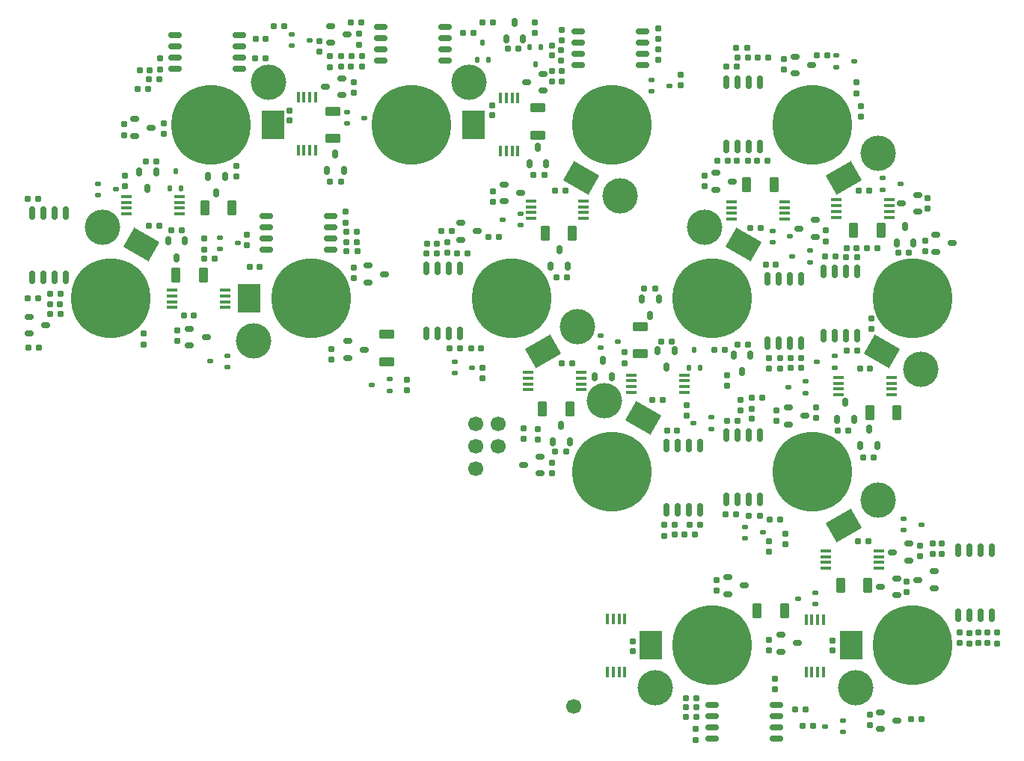
<source format=gts>
%TF.GenerationSoftware,KiCad,Pcbnew,8.0.2*%
%TF.CreationDate,2024-05-22T08:13:53-07:00*%
%TF.ProjectId,cell string,63656c6c-2073-4747-9269-6e672e6b6963,rev?*%
%TF.SameCoordinates,Original*%
%TF.FileFunction,Soldermask,Top*%
%TF.FilePolarity,Negative*%
%FSLAX46Y46*%
G04 Gerber Fmt 4.6, Leading zero omitted, Abs format (unit mm)*
G04 Created by KiCad (PCBNEW 8.0.2) date 2024-05-22 08:13:53*
%MOMM*%
%LPD*%
G01*
G04 APERTURE LIST*
G04 Aperture macros list*
%AMRoundRect*
0 Rectangle with rounded corners*
0 $1 Rounding radius*
0 $2 $3 $4 $5 $6 $7 $8 $9 X,Y pos of 4 corners*
0 Add a 4 corners polygon primitive as box body*
4,1,4,$2,$3,$4,$5,$6,$7,$8,$9,$2,$3,0*
0 Add four circle primitives for the rounded corners*
1,1,$1+$1,$2,$3*
1,1,$1+$1,$4,$5*
1,1,$1+$1,$6,$7*
1,1,$1+$1,$8,$9*
0 Add four rect primitives between the rounded corners*
20,1,$1+$1,$2,$3,$4,$5,0*
20,1,$1+$1,$4,$5,$6,$7,0*
20,1,$1+$1,$6,$7,$8,$9,0*
20,1,$1+$1,$8,$9,$2,$3,0*%
%AMRotRect*
0 Rectangle, with rotation*
0 The origin of the aperture is its center*
0 $1 length*
0 $2 width*
0 $3 Rotation angle, in degrees counterclockwise*
0 Add horizontal line*
21,1,$1,$2,0,0,$3*%
G04 Aperture macros list end*
%ADD10RoundRect,0.160000X-0.197500X-0.160000X0.197500X-0.160000X0.197500X0.160000X-0.197500X0.160000X0*%
%ADD11RoundRect,0.150000X-0.350000X-0.150000X0.350000X-0.150000X0.350000X0.150000X-0.350000X0.150000X0*%
%ADD12RoundRect,0.160000X-0.160000X0.197500X-0.160000X-0.197500X0.160000X-0.197500X0.160000X0.197500X0*%
%ADD13RoundRect,0.160000X0.197500X0.160000X-0.197500X0.160000X-0.197500X-0.160000X0.197500X-0.160000X0*%
%ADD14RoundRect,0.192308X-0.682692X0.307692X-0.682692X-0.307692X0.682692X-0.307692X0.682692X0.307692X0*%
%ADD15RoundRect,0.112500X-0.237500X0.112500X-0.237500X-0.112500X0.237500X-0.112500X0.237500X0.112500X0*%
%ADD16RoundRect,0.155000X-0.212500X-0.155000X0.212500X-0.155000X0.212500X0.155000X-0.212500X0.155000X0*%
%ADD17RoundRect,0.150000X0.350000X0.150000X-0.350000X0.150000X-0.350000X-0.150000X0.350000X-0.150000X0*%
%ADD18RoundRect,0.160000X0.160000X-0.197500X0.160000X0.197500X-0.160000X0.197500X-0.160000X-0.197500X0*%
%ADD19C,9.000000*%
%ADD20C,4.000000*%
%ADD21R,2.500000X3.300000*%
%ADD22RoundRect,0.150000X0.150000X-0.350000X0.150000X0.350000X-0.150000X0.350000X-0.150000X-0.350000X0*%
%ADD23RoundRect,0.192308X0.307692X0.682692X-0.307692X0.682692X-0.307692X-0.682692X0.307692X-0.682692X0*%
%ADD24RoundRect,0.112500X0.237500X-0.112500X0.237500X0.112500X-0.237500X0.112500X-0.237500X-0.112500X0*%
%ADD25RoundRect,0.150000X-0.150000X0.350000X-0.150000X-0.350000X0.150000X-0.350000X0.150000X0.350000X0*%
%ADD26RoundRect,0.192308X-0.307692X-0.682692X0.307692X-0.682692X0.307692X0.682692X-0.307692X0.682692X0*%
%ADD27RotRect,2.500000X3.300000X60.000000*%
%ADD28RoundRect,0.155000X-0.155000X0.212500X-0.155000X-0.212500X0.155000X-0.212500X0.155000X0.212500X0*%
%ADD29RoundRect,0.155000X0.212500X0.155000X-0.212500X0.155000X-0.212500X-0.155000X0.212500X-0.155000X0*%
%ADD30RoundRect,0.162500X0.162500X-0.587500X0.162500X0.587500X-0.162500X0.587500X-0.162500X-0.587500X0*%
%ADD31C,1.700000*%
%ADD32RoundRect,0.093750X0.531250X0.093750X-0.531250X0.093750X-0.531250X-0.093750X0.531250X-0.093750X0*%
%ADD33RoundRect,0.093750X-0.093750X0.531250X-0.093750X-0.531250X0.093750X-0.531250X0.093750X0.531250X0*%
%ADD34RoundRect,0.162500X-0.587500X-0.162500X0.587500X-0.162500X0.587500X0.162500X-0.587500X0.162500X0*%
%ADD35RoundRect,0.155000X0.155000X-0.212500X0.155000X0.212500X-0.155000X0.212500X-0.155000X-0.212500X0*%
%ADD36RotRect,2.500000X3.300000X300.000000*%
%ADD37RoundRect,0.192308X0.682692X-0.307692X0.682692X0.307692X-0.682692X0.307692X-0.682692X-0.307692X0*%
%ADD38RoundRect,0.112500X-0.112500X-0.237500X0.112500X-0.237500X0.112500X0.237500X-0.112500X0.237500X0*%
%ADD39RoundRect,0.162500X-0.162500X0.587500X-0.162500X-0.587500X0.162500X-0.587500X0.162500X0.587500X0*%
%ADD40RoundRect,0.093750X-0.531250X-0.093750X0.531250X-0.093750X0.531250X0.093750X-0.531250X0.093750X0*%
%ADD41RoundRect,0.093750X0.093750X-0.531250X0.093750X0.531250X-0.093750X0.531250X-0.093750X-0.531250X0*%
%ADD42RotRect,2.500000X3.300000X240.000000*%
%ADD43RoundRect,0.112500X0.112500X0.237500X-0.112500X0.237500X-0.112500X-0.237500X0.112500X-0.237500X0*%
%ADD44RoundRect,0.162500X0.587500X0.162500X-0.587500X0.162500X-0.587500X-0.162500X0.587500X-0.162500X0*%
G04 APERTURE END LIST*
D10*
%TO.C,R89*%
X94452498Y-156230002D03*
X95647498Y-156230002D03*
%TD*%
D11*
%TO.C,Q15*%
X60862500Y-162150000D03*
X60862500Y-164050000D03*
X62737500Y-163100000D03*
%TD*%
D12*
%TO.C,R78*%
X126550000Y-145942500D03*
X126550000Y-147137500D03*
%TD*%
D13*
%TO.C,R32*%
X62447500Y-126050000D03*
X61252500Y-126050000D03*
%TD*%
D10*
%TO.C,R37*%
X60102500Y-129900000D03*
X61297500Y-129900000D03*
%TD*%
D14*
%TO.C,R30*%
X65275000Y-161350000D03*
X65275000Y-164450000D03*
%TD*%
D15*
%TO.C,Q34*%
X121440000Y-143700000D03*
X121440000Y-145000000D03*
X123440000Y-144350000D03*
%TD*%
D16*
%TO.C,C27*%
X108222500Y-153480000D03*
X109357500Y-153480000D03*
%TD*%
D13*
%TO.C,R105*%
X107507500Y-181890000D03*
X106312500Y-181890000D03*
%TD*%
D11*
%TO.C,Q3*%
X42972500Y-160760000D03*
X42972500Y-162660000D03*
X44847500Y-161710000D03*
%TD*%
D17*
%TO.C,Q33*%
X113778750Y-150330000D03*
X113778750Y-148430000D03*
X111903750Y-149380000D03*
%TD*%
D18*
%TO.C,R62*%
X110268750Y-131357500D03*
X110268750Y-130162500D03*
%TD*%
D19*
%TO.C,BT13*%
X102150000Y-196600000D03*
D20*
X95650000Y-201400000D03*
D21*
X95150000Y-196600000D03*
%TD*%
D22*
%TO.C,Q30*%
X81450000Y-142087500D03*
X83350000Y-142087500D03*
X82400000Y-140212500D03*
%TD*%
D23*
%TO.C,R80*%
X121220000Y-149590000D03*
X118120000Y-149590000D03*
%TD*%
D12*
%TO.C,R13*%
X40050000Y-137502500D03*
X40050000Y-138697500D03*
%TD*%
D13*
%TO.C,R26*%
X61957500Y-151980000D03*
X60762500Y-151980000D03*
%TD*%
D16*
%TO.C,C21*%
X118732500Y-145110000D03*
X119867500Y-145110000D03*
%TD*%
D24*
%TO.C,Q59*%
X113850000Y-191960000D03*
X113850000Y-190660000D03*
X111850000Y-191310000D03*
%TD*%
D18*
%TO.C,R113*%
X110440000Y-185157500D03*
X110440000Y-183962500D03*
%TD*%
D22*
%TO.C,Q53*%
X116270000Y-170967500D03*
X118170000Y-170967500D03*
X117220000Y-169092500D03*
%TD*%
D10*
%TO.C,R97*%
X99022500Y-184070000D03*
X100217500Y-184070000D03*
%TD*%
D25*
%TO.C,Q10*%
X46980000Y-143492500D03*
X45080000Y-143492500D03*
X46030000Y-145367500D03*
%TD*%
D26*
%TO.C,R50*%
X83220000Y-149920000D03*
X86320000Y-149920000D03*
%TD*%
D13*
%TO.C,R45*%
X73627500Y-162950000D03*
X72432500Y-162950000D03*
%TD*%
D18*
%TO.C,R104*%
X108600000Y-186027500D03*
X108600000Y-184832500D03*
%TD*%
D16*
%TO.C,C3*%
X38402500Y-149070000D03*
X39537500Y-149070000D03*
%TD*%
D19*
%TO.C,BT8*%
X102150000Y-157280000D03*
D20*
X101243078Y-149250835D03*
D27*
X105650000Y-151217822D03*
%TD*%
D10*
%TO.C,R123*%
X99142500Y-202560000D03*
X100337500Y-202560000D03*
%TD*%
D13*
%TO.C,R77*%
X118507500Y-152600000D03*
X117312500Y-152600000D03*
%TD*%
D16*
%TO.C,C30*%
X97012500Y-172250000D03*
X98147500Y-172250000D03*
%TD*%
D12*
%TO.C,R55*%
X96069884Y-129089533D03*
X96069884Y-130284533D03*
%TD*%
D10*
%TO.C,R88*%
X96342500Y-162170000D03*
X97537500Y-162170000D03*
%TD*%
D12*
%TO.C,R111*%
X134370000Y-195172500D03*
X134370000Y-196367500D03*
%TD*%
D13*
%TO.C,R67*%
X106067500Y-128890000D03*
X104872500Y-128890000D03*
%TD*%
%TO.C,R74*%
X104857500Y-181760000D03*
X103662500Y-181760000D03*
%TD*%
%TO.C,R66*%
X108477500Y-129990000D03*
X107282500Y-129990000D03*
%TD*%
D18*
%TO.C,R21*%
X60680000Y-148697500D03*
X60680000Y-147502500D03*
%TD*%
D12*
%TO.C,R118*%
X125620000Y-185342500D03*
X125620000Y-186537500D03*
%TD*%
D15*
%TO.C,Q12*%
X46430000Y-150400000D03*
X46430000Y-151700000D03*
X48430000Y-151050000D03*
%TD*%
D28*
%TO.C,C35*%
X132250000Y-195162500D03*
X132250000Y-196297500D03*
%TD*%
D16*
%TO.C,C11*%
X60122500Y-131060000D03*
X61257500Y-131060000D03*
%TD*%
D22*
%TO.C,Q25*%
X83870000Y-153637500D03*
X85770000Y-153637500D03*
X84820000Y-151762500D03*
%TD*%
D28*
%TO.C,C29*%
X97870000Y-182902500D03*
X97870000Y-184037500D03*
%TD*%
D18*
%TO.C,R96*%
X96710000Y-184177500D03*
X96710000Y-182982500D03*
%TD*%
D29*
%TO.C,C28*%
X96507500Y-168800000D03*
X95372500Y-168800000D03*
%TD*%
D13*
%TO.C,R84*%
X103887500Y-141740000D03*
X102692500Y-141740000D03*
%TD*%
D30*
%TO.C,U1*%
X25190000Y-154941250D03*
X26460000Y-154941250D03*
X27730000Y-154941250D03*
X29000000Y-154941250D03*
X29000000Y-147641250D03*
X27730000Y-147641250D03*
X26460000Y-147641250D03*
X25190000Y-147641250D03*
%TD*%
D12*
%TO.C,R38*%
X61600000Y-132802500D03*
X61600000Y-133997500D03*
%TD*%
D13*
%TO.C,R53*%
X77297500Y-126050000D03*
X76102500Y-126050000D03*
%TD*%
D16*
%TO.C,C4*%
X50482500Y-127950000D03*
X51617500Y-127950000D03*
%TD*%
D31*
%TO.C,J3*%
X77920000Y-174050000D03*
%TD*%
D10*
%TO.C,R18*%
X37992500Y-141780000D03*
X39187500Y-141780000D03*
%TD*%
D24*
%TO.C,Q39*%
X115990000Y-165130000D03*
X115990000Y-163830000D03*
X113990000Y-164480000D03*
%TD*%
D22*
%TO.C,Q55*%
X118930000Y-173998750D03*
X120830000Y-173998750D03*
X119880000Y-172123750D03*
%TD*%
D32*
%TO.C,U2*%
X41847000Y-147732500D03*
X41847000Y-147082500D03*
X41847000Y-146432500D03*
X41847000Y-145782500D03*
X35847000Y-145782500D03*
X35847000Y-146432500D03*
X35847000Y-147082500D03*
X35847000Y-147732500D03*
%TD*%
D18*
%TO.C,R116*%
X131270000Y-196407500D03*
X131270000Y-195212500D03*
%TD*%
D16*
%TO.C,C24*%
X118882500Y-165270000D03*
X120017500Y-165270000D03*
%TD*%
D11*
%TO.C,Q36*%
X127412500Y-150110000D03*
X127412500Y-152010000D03*
X129287500Y-151060000D03*
%TD*%
D13*
%TO.C,R76*%
X120847500Y-151600000D03*
X119652500Y-151600000D03*
%TD*%
D26*
%TO.C,R70*%
X106040000Y-144400000D03*
X109140000Y-144400000D03*
%TD*%
D10*
%TO.C,R114*%
X112392500Y-205680000D03*
X113587500Y-205680000D03*
%TD*%
D12*
%TO.C,R31*%
X62460000Y-129872500D03*
X62460000Y-131067500D03*
%TD*%
D10*
%TO.C,R43*%
X76792500Y-150360000D03*
X77987500Y-150360000D03*
%TD*%
D31*
%TO.C,J2*%
X75390000Y-176600000D03*
%TD*%
D24*
%TO.C,Q37*%
X112750000Y-168030000D03*
X112750000Y-166730000D03*
X110750000Y-167380000D03*
%TD*%
D12*
%TO.C,R94*%
X99240000Y-169362500D03*
X99240000Y-170557500D03*
%TD*%
D33*
%TO.C,U26*%
X92255000Y-193650000D03*
X91605000Y-193650000D03*
X90955000Y-193650000D03*
X90305000Y-193650000D03*
X90305000Y-199650000D03*
X90955000Y-199650000D03*
X91605000Y-199650000D03*
X92255000Y-199650000D03*
%TD*%
D16*
%TO.C,C5*%
X37332500Y-131430000D03*
X38467500Y-131430000D03*
%TD*%
D32*
%TO.C,U14*%
X122150000Y-148105000D03*
X122150000Y-147455000D03*
X122150000Y-146805000D03*
X122150000Y-146155000D03*
X116150000Y-146155000D03*
X116150000Y-146805000D03*
X116150000Y-147455000D03*
X116150000Y-148105000D03*
%TD*%
D13*
%TO.C,R61*%
X104927500Y-131060000D03*
X103732500Y-131060000D03*
%TD*%
D15*
%TO.C,Q7*%
X54550000Y-127400000D03*
X54550000Y-128700000D03*
X56550000Y-128050000D03*
%TD*%
D16*
%TO.C,C8*%
X60732500Y-150900000D03*
X61867500Y-150900000D03*
%TD*%
D13*
%TO.C,R59*%
X83117500Y-143320000D03*
X81922500Y-143320000D03*
%TD*%
%TO.C,R49*%
X85687500Y-154880000D03*
X84492500Y-154880000D03*
%TD*%
D34*
%TO.C,U25*%
X102130000Y-203375000D03*
X102130000Y-204645000D03*
X102130000Y-205915000D03*
X102130000Y-207185000D03*
X109430000Y-207185000D03*
X109430000Y-205915000D03*
X109430000Y-204645000D03*
X109430000Y-203375000D03*
%TD*%
D15*
%TO.C,Q22*%
X72980000Y-164490000D03*
X72980000Y-165790000D03*
X74980000Y-165140000D03*
%TD*%
D11*
%TO.C,Q51*%
X110732500Y-169670000D03*
X110732500Y-171570000D03*
X112607500Y-170620000D03*
%TD*%
D35*
%TO.C,C32*%
X106620000Y-170917500D03*
X106620000Y-169782500D03*
%TD*%
D34*
%TO.C,U11*%
X86929884Y-127032033D03*
X86929884Y-128302033D03*
X86929884Y-129572033D03*
X86929884Y-130842033D03*
X94229884Y-130842033D03*
X94229884Y-129572033D03*
X94229884Y-128302033D03*
X94229884Y-127032033D03*
%TD*%
D18*
%TO.C,R69*%
X101238750Y-144607500D03*
X101238750Y-143412500D03*
%TD*%
D26*
%TO.C,R10*%
X41425000Y-154650000D03*
X44525000Y-154650000D03*
%TD*%
D19*
%TO.C,BT11*%
X113500000Y-176940000D03*
D20*
X120906922Y-180169165D03*
D36*
X117000000Y-183002178D03*
%TD*%
D31*
%TO.C,J6*%
X75390000Y-174050000D03*
%TD*%
D24*
%TO.C,Q57*%
X116900000Y-206420000D03*
X116900000Y-205120000D03*
X114900000Y-205770000D03*
%TD*%
D15*
%TO.C,Q32*%
X116200001Y-129800000D03*
X116200000Y-131100001D03*
X118200000Y-130450000D03*
%TD*%
D18*
%TO.C,R14*%
X57650000Y-129357500D03*
X57650000Y-128162500D03*
%TD*%
D12*
%TO.C,R35*%
X58890000Y-129892500D03*
X58890000Y-131087500D03*
%TD*%
D10*
%TO.C,R63*%
X113982500Y-129790000D03*
X115177500Y-129790000D03*
%TD*%
D24*
%TO.C,Q47*%
X102000000Y-172080000D03*
X102000000Y-170780000D03*
X100000000Y-171430000D03*
%TD*%
D13*
%TO.C,R75*%
X118547500Y-163180000D03*
X117352500Y-163180000D03*
%TD*%
D19*
%TO.C,BT9*%
X113500000Y-137620000D03*
D20*
X120906922Y-140849165D03*
D36*
X117000000Y-143682178D03*
%TD*%
D37*
%TO.C,R40*%
X59200000Y-139200000D03*
X59200000Y-136100000D03*
%TD*%
D12*
%TO.C,R68*%
X115010000Y-149622500D03*
X115010000Y-150817500D03*
%TD*%
D18*
%TO.C,R44*%
X76140000Y-166357500D03*
X76140000Y-165162500D03*
%TD*%
D22*
%TO.C,Q40*%
X123000000Y-151007500D03*
X124900000Y-151007500D03*
X123950000Y-149132500D03*
%TD*%
D16*
%TO.C,C2*%
X27177500Y-157941250D03*
X28312500Y-157941250D03*
%TD*%
D19*
%TO.C,BT6*%
X79450000Y-157280000D03*
D20*
X86856922Y-160509165D03*
D36*
X82950000Y-163342178D03*
%TD*%
D25*
%TO.C,Q8*%
X39190000Y-142962500D03*
X37290000Y-142962500D03*
X38240000Y-144837500D03*
%TD*%
D11*
%TO.C,Q1*%
X24782500Y-159410000D03*
X24782500Y-161310000D03*
X26657500Y-160360000D03*
%TD*%
D12*
%TO.C,R92*%
X84000000Y-175902502D03*
X84000000Y-177097502D03*
%TD*%
%TO.C,R23*%
X100290000Y-206092500D03*
X100290000Y-207287500D03*
%TD*%
D38*
%TO.C,Q17*%
X75500000Y-130310000D03*
X76800000Y-130310000D03*
X76150000Y-128310000D03*
%TD*%
D15*
%TO.C,Q27*%
X95300000Y-132570000D03*
X95300000Y-133870000D03*
X97300000Y-133220000D03*
%TD*%
D23*
%TO.C,R100*%
X86040000Y-169790000D03*
X82940000Y-169790000D03*
%TD*%
D18*
%TO.C,R107*%
X105310000Y-169977500D03*
X105310000Y-168782500D03*
%TD*%
D15*
%TO.C,Q52*%
X105850000Y-183180000D03*
X105850000Y-184480000D03*
X107850000Y-183830000D03*
%TD*%
D19*
%TO.C,BT12*%
X124850000Y-196600000D03*
D20*
X118350000Y-201400000D03*
D21*
X117850000Y-196600000D03*
%TD*%
D23*
%TO.C,R20*%
X47800000Y-147070000D03*
X44700000Y-147070000D03*
%TD*%
D13*
%TO.C,R71*%
X116087500Y-152580000D03*
X114892500Y-152580000D03*
%TD*%
D28*
%TO.C,C12*%
X77250000Y-135442500D03*
X77250000Y-136577500D03*
%TD*%
D13*
%TO.C,R108*%
X117537500Y-172250000D03*
X116342500Y-172250000D03*
%TD*%
%TO.C,R101*%
X105027500Y-171150000D03*
X103832500Y-171150000D03*
%TD*%
D18*
%TO.C,R102*%
X109370000Y-171157500D03*
X109370000Y-169962500D03*
%TD*%
D11*
%TO.C,Q6*%
X36782500Y-137010000D03*
X36782500Y-138910000D03*
X38657500Y-137960000D03*
%TD*%
D13*
%TO.C,R33*%
X53727500Y-126440000D03*
X52532500Y-126440000D03*
%TD*%
D10*
%TO.C,R91*%
X99602500Y-182950000D03*
X100797500Y-182950000D03*
%TD*%
D19*
%TO.C,BT7*%
X90800000Y-176940000D03*
D20*
X89893078Y-168910835D03*
D27*
X94300000Y-170877822D03*
%TD*%
D25*
%TO.C,Q5*%
X42450000Y-150802500D03*
X40550000Y-150802500D03*
X41500000Y-152677500D03*
%TD*%
D16*
%TO.C,C10*%
X73952500Y-127250000D03*
X75087500Y-127250000D03*
%TD*%
D18*
%TO.C,R12*%
X35600000Y-138797500D03*
X35600000Y-137602500D03*
%TD*%
D13*
%TO.C,R2*%
X25901250Y-162841250D03*
X24706250Y-162841250D03*
%TD*%
D18*
%TO.C,R103*%
X113930000Y-170807500D03*
X113930000Y-169612500D03*
%TD*%
D16*
%TO.C,C19*%
X107232500Y-141750000D03*
X108367500Y-141750000D03*
%TD*%
D10*
%TO.C,R87*%
X111012500Y-165170000D03*
X112207500Y-165170000D03*
%TD*%
D16*
%TO.C,C9*%
X42322500Y-159220000D03*
X43457500Y-159220000D03*
%TD*%
D18*
%TO.C,R98*%
X92190000Y-164617500D03*
X92190000Y-163422500D03*
%TD*%
D32*
%TO.C,U10*%
X87330000Y-167635000D03*
X87330000Y-166985000D03*
X87330000Y-166335000D03*
X87330000Y-165685000D03*
X81330000Y-165685000D03*
X81330000Y-166335000D03*
X81330000Y-166985000D03*
X81330000Y-167635000D03*
%TD*%
D39*
%TO.C,U21*%
X107525000Y-172770000D03*
X106255000Y-172770000D03*
X104985000Y-172770000D03*
X103715000Y-172770000D03*
X103715000Y-180070000D03*
X104985000Y-180070000D03*
X106255000Y-180070000D03*
X107525000Y-180070000D03*
%TD*%
D11*
%TO.C,Q16*%
X58932500Y-126440000D03*
X58932500Y-128340000D03*
X60807500Y-127390000D03*
%TD*%
D18*
%TO.C,R47*%
X72120000Y-152127500D03*
X72120000Y-150932500D03*
%TD*%
D17*
%TO.C,Q28*%
X82967500Y-133790000D03*
X82967500Y-131890000D03*
X81092500Y-132840000D03*
%TD*%
D18*
%TO.C,R126*%
X102630000Y-190417500D03*
X102630000Y-189222500D03*
%TD*%
D40*
%TO.C,U12*%
X81600000Y-146285000D03*
X81600000Y-146935000D03*
X81600000Y-147585000D03*
X81600000Y-148235000D03*
X87600000Y-148235000D03*
X87600000Y-147585000D03*
X87600000Y-146935000D03*
X87600000Y-146285000D03*
%TD*%
D19*
%TO.C,BT3*%
X45400000Y-137620000D03*
D20*
X51900000Y-132820000D03*
D21*
X52400000Y-137620000D03*
%TD*%
D17*
%TO.C,Q58*%
X124397500Y-186990000D03*
X124397500Y-185090000D03*
X122522500Y-186040000D03*
%TD*%
D10*
%TO.C,R121*%
X124662500Y-204990000D03*
X125857500Y-204990000D03*
%TD*%
D28*
%TO.C,C6*%
X54320000Y-136012500D03*
X54320000Y-137147500D03*
%TD*%
D39*
%TO.C,U9*%
X73575000Y-153930000D03*
X72305000Y-153930000D03*
X71035000Y-153930000D03*
X69765000Y-153930000D03*
X69765000Y-161230000D03*
X71035000Y-161230000D03*
X72305000Y-161230000D03*
X73575000Y-161230000D03*
%TD*%
D17*
%TO.C,Q18*%
X60237500Y-134300000D03*
X60237500Y-132400000D03*
X58362500Y-133350000D03*
%TD*%
D22*
%TO.C,Q48*%
X88850000Y-166187500D03*
X90750000Y-166187500D03*
X89800000Y-164312500D03*
%TD*%
D10*
%TO.C,R24*%
X44632500Y-152810000D03*
X45827500Y-152810000D03*
%TD*%
D13*
%TO.C,R124*%
X100337500Y-203620000D03*
X99142500Y-203620000D03*
%TD*%
D29*
%TO.C,C14*%
X70997500Y-151120000D03*
X69862500Y-151120000D03*
%TD*%
D18*
%TO.C,R73*%
X118950000Y-136747500D03*
X118950000Y-135552500D03*
%TD*%
D11*
%TO.C,Q23*%
X78552500Y-144380000D03*
X78552500Y-146280000D03*
X80427500Y-145330000D03*
%TD*%
D18*
%TO.C,R93*%
X80790000Y-173187500D03*
X80790000Y-171992500D03*
%TD*%
%TO.C,R72*%
X126260000Y-151977500D03*
X126260000Y-150782500D03*
%TD*%
D12*
%TO.C,R58*%
X84000000Y-131572500D03*
X84000000Y-132767500D03*
%TD*%
D22*
%TO.C,Q50*%
X84100000Y-173528750D03*
X86000000Y-173528750D03*
X85050000Y-171653750D03*
%TD*%
D41*
%TO.C,U8*%
X78195000Y-140590000D03*
X78845000Y-140590000D03*
X79495000Y-140590000D03*
X80145000Y-140590000D03*
X80145000Y-134590000D03*
X79495000Y-134590000D03*
X78845000Y-134590000D03*
X78195000Y-134590000D03*
%TD*%
D18*
%TO.C,R112*%
X130140000Y-196347500D03*
X130140000Y-195152500D03*
%TD*%
D11*
%TO.C,Q31*%
X111491250Y-129940000D03*
X111491250Y-131840000D03*
X113366250Y-130890000D03*
%TD*%
D10*
%TO.C,R7*%
X27177500Y-159061250D03*
X28372500Y-159061250D03*
%TD*%
D18*
%TO.C,R28*%
X119970000Y-205647500D03*
X119970000Y-204452500D03*
%TD*%
D10*
%TO.C,R6*%
X24642500Y-157251250D03*
X25837500Y-157251250D03*
%TD*%
D12*
%TO.C,R19*%
X48290000Y-142332500D03*
X48290000Y-143527500D03*
%TD*%
D18*
%TO.C,R115*%
X127060000Y-186227500D03*
X127060000Y-185032500D03*
%TD*%
D35*
%TO.C,C34*%
X128120000Y-186217500D03*
X128120000Y-185082500D03*
%TD*%
D37*
%TO.C,R60*%
X82430000Y-138810000D03*
X82430000Y-135710000D03*
%TD*%
D18*
%TO.C,R51*%
X85130000Y-132747500D03*
X85130000Y-131552500D03*
%TD*%
D29*
%TO.C,C20*%
X106147500Y-130030000D03*
X105012500Y-130030000D03*
%TD*%
D39*
%TO.C,U15*%
X118565000Y-154260000D03*
X117295000Y-154260000D03*
X116025000Y-154260000D03*
X114755000Y-154260000D03*
X114755000Y-161560000D03*
X116025000Y-161560000D03*
X117295000Y-161560000D03*
X118565000Y-161560000D03*
%TD*%
D29*
%TO.C,C25*%
X107587500Y-149330000D03*
X106452500Y-149330000D03*
%TD*%
D17*
%TO.C,Q60*%
X123047500Y-190920000D03*
X123047500Y-189020000D03*
X121172500Y-189970000D03*
%TD*%
D31*
%TO.C,J1*%
X86460000Y-203540000D03*
%TD*%
D12*
%TO.C,R57*%
X85030000Y-129212500D03*
X85030000Y-130407500D03*
%TD*%
D26*
%TO.C,R127*%
X107210000Y-192700000D03*
X110310000Y-192700000D03*
%TD*%
D19*
%TO.C,BT4*%
X68100000Y-137620000D03*
D20*
X74600000Y-132820000D03*
D21*
X75100000Y-137620000D03*
%TD*%
D13*
%TO.C,R34*%
X80167500Y-129000000D03*
X78972500Y-129000000D03*
%TD*%
%TO.C,R109*%
X120427500Y-175290000D03*
X119232500Y-175290000D03*
%TD*%
D12*
%TO.C,R119*%
X124170000Y-189372500D03*
X124170000Y-190567500D03*
%TD*%
D19*
%TO.C,BT5*%
X90800000Y-137620000D03*
D20*
X91706922Y-145649165D03*
D42*
X87300000Y-143682178D03*
%TD*%
D25*
%TO.C,Q41*%
X106440001Y-163682499D03*
X104540001Y-163682499D03*
X105490001Y-165557499D03*
%TD*%
D19*
%TO.C,BT2*%
X34050000Y-157280000D03*
D20*
X33143078Y-149250835D03*
D27*
X37550000Y-151217822D03*
%TD*%
D17*
%TO.C,Q56*%
X127297500Y-190120000D03*
X127297500Y-188220000D03*
X125422500Y-189170000D03*
%TD*%
D16*
%TO.C,C13*%
X74832500Y-163000000D03*
X75967500Y-163000000D03*
%TD*%
D30*
%TO.C,U19*%
X96945000Y-181230000D03*
X98215000Y-181230000D03*
X99485000Y-181230000D03*
X100755000Y-181230000D03*
X100755000Y-173930000D03*
X99485000Y-173930000D03*
X98215000Y-173930000D03*
X96945000Y-173930000D03*
%TD*%
D32*
%TO.C,U22*%
X121000000Y-187845000D03*
X121000000Y-187195000D03*
X121000000Y-186545000D03*
X121000000Y-185895000D03*
X115000000Y-185895000D03*
X115000000Y-186545000D03*
X115000000Y-187195000D03*
X115000000Y-187845000D03*
%TD*%
D34*
%TO.C,U7*%
X64620000Y-126535000D03*
X64620000Y-127805000D03*
X64620000Y-129075000D03*
X64620000Y-130345000D03*
X71920000Y-130345000D03*
X71920000Y-129075000D03*
X71920000Y-127805000D03*
X71920000Y-126535000D03*
%TD*%
D10*
%TO.C,R17*%
X38332500Y-132510000D03*
X39527500Y-132510000D03*
%TD*%
D26*
%TO.C,R110*%
X119950000Y-170270000D03*
X123050000Y-170270000D03*
%TD*%
D12*
%TO.C,R83*%
X103830000Y-166032500D03*
X103830000Y-167227500D03*
%TD*%
D15*
%TO.C,Q2*%
X32640000Y-144320000D03*
X32640000Y-145620000D03*
X34640000Y-144970000D03*
%TD*%
D40*
%TO.C,U20*%
X92983000Y-165987500D03*
X92983000Y-166637500D03*
X92983000Y-167287500D03*
X92983000Y-167937500D03*
X98983000Y-167937500D03*
X98983000Y-167287500D03*
X98983000Y-166637500D03*
X98983000Y-165987500D03*
%TD*%
D12*
%TO.C,R5*%
X44600000Y-150552500D03*
X44600000Y-151747500D03*
%TD*%
D32*
%TO.C,U6*%
X47025000Y-158325000D03*
X47025000Y-157675000D03*
X47025000Y-157025000D03*
X47025000Y-156375000D03*
X41025000Y-156375000D03*
X41025000Y-157025000D03*
X41025000Y-157675000D03*
X41025000Y-158325000D03*
%TD*%
D17*
%TO.C,Q38*%
X125447500Y-147470000D03*
X125447500Y-145570000D03*
X123572500Y-146520000D03*
%TD*%
D16*
%TO.C,C15*%
X85142500Y-164630000D03*
X86277500Y-164630000D03*
%TD*%
D12*
%TO.C,R36*%
X62160000Y-127352500D03*
X62160000Y-128547500D03*
%TD*%
D38*
%TO.C,Q49*%
X99480000Y-165129999D03*
X100780001Y-165130000D03*
X100130000Y-163130000D03*
%TD*%
D18*
%TO.C,R25*%
X49475000Y-151247500D03*
X49475000Y-150052500D03*
%TD*%
D29*
%TO.C,C23*%
X118487500Y-151590000D03*
X117352500Y-151590000D03*
%TD*%
D34*
%TO.C,U3*%
X41300000Y-127465000D03*
X41300000Y-128735000D03*
X41300000Y-130005000D03*
X41300000Y-131275000D03*
X48600000Y-131275000D03*
X48600000Y-130005000D03*
X48600000Y-128735000D03*
X48600000Y-127465000D03*
%TD*%
D15*
%TO.C,Q54*%
X123810000Y-182260000D03*
X123810000Y-183560000D03*
X125810000Y-182910000D03*
%TD*%
D13*
%TO.C,R39*%
X60087500Y-144060000D03*
X58892500Y-144060000D03*
%TD*%
D23*
%TO.C,R120*%
X119760000Y-189770000D03*
X116660000Y-189770000D03*
%TD*%
D43*
%TO.C,Q19*%
X82770000Y-128810000D03*
X81470000Y-128810000D03*
X82120000Y-130810000D03*
%TD*%
D33*
%TO.C,U24*%
X114715000Y-193660000D03*
X114065000Y-193660000D03*
X113415000Y-193660000D03*
X112765000Y-193660000D03*
X112765000Y-199660000D03*
X113415000Y-199660000D03*
X114065000Y-199660000D03*
X114715000Y-199660000D03*
%TD*%
D29*
%TO.C,C18*%
X85497500Y-145120000D03*
X84362500Y-145120000D03*
%TD*%
D16*
%TO.C,C1*%
X24676250Y-146051250D03*
X25811250Y-146051250D03*
%TD*%
D18*
%TO.C,R8*%
X41620000Y-162107500D03*
X41620000Y-160912500D03*
%TD*%
D16*
%TO.C,C33*%
X118642500Y-184780000D03*
X119777500Y-184780000D03*
%TD*%
D29*
%TO.C,C7*%
X50942500Y-153725000D03*
X49807500Y-153725000D03*
%TD*%
D18*
%TO.C,R48*%
X77350000Y-146357500D03*
X77350000Y-145162500D03*
%TD*%
D30*
%TO.C,U17*%
X108415000Y-162400000D03*
X109685000Y-162400000D03*
X110955000Y-162400000D03*
X112225000Y-162400000D03*
X112225000Y-155100000D03*
X110955000Y-155100000D03*
X109685000Y-155100000D03*
X108415000Y-155100000D03*
%TD*%
D11*
%TO.C,Q21*%
X73652500Y-148760000D03*
X73652500Y-150660000D03*
X75527500Y-149710000D03*
%TD*%
D18*
%TO.C,R125*%
X108600000Y-197147500D03*
X108600000Y-195952500D03*
%TD*%
D12*
%TO.C,R11*%
X39600000Y-130152500D03*
X39600000Y-131347500D03*
%TD*%
D35*
%TO.C,C22*%
X120140000Y-160747500D03*
X120140000Y-159612500D03*
%TD*%
D28*
%TO.C,C17*%
X83969884Y-128639533D03*
X83969884Y-129774533D03*
%TD*%
D24*
%TO.C,Q29*%
X80429999Y-149030000D03*
X80430000Y-147729999D03*
X78430000Y-148380000D03*
%TD*%
D10*
%TO.C,R9*%
X40942500Y-149580000D03*
X42137500Y-149580000D03*
%TD*%
D18*
%TO.C,R3*%
X37800000Y-162497500D03*
X37800000Y-161302500D03*
%TD*%
D14*
%TO.C,R90*%
X94020000Y-160490000D03*
X94020000Y-163590000D03*
%TD*%
D13*
%TO.C,R106*%
X107797500Y-168560000D03*
X106602500Y-168560000D03*
%TD*%
D22*
%TO.C,Q26*%
X78840000Y-127907500D03*
X80740000Y-127907500D03*
X79790000Y-126032500D03*
%TD*%
D30*
%TO.C,U23*%
X129955000Y-193150000D03*
X131225000Y-193150000D03*
X132495000Y-193150000D03*
X133765000Y-193150000D03*
X133765000Y-185850000D03*
X132495000Y-185850000D03*
X131225000Y-185850000D03*
X129955000Y-185850000D03*
%TD*%
D18*
%TO.C,R22*%
X61610000Y-155017500D03*
X61610000Y-153822500D03*
%TD*%
D10*
%TO.C,R27*%
X60682500Y-149730000D03*
X61877500Y-149730000D03*
%TD*%
D19*
%TO.C,BT1*%
X56750000Y-157280000D03*
D20*
X50250000Y-162080000D03*
D21*
X49750000Y-157280000D03*
%TD*%
D18*
%TO.C,R131*%
X67575000Y-167722500D03*
X67575000Y-166527500D03*
%TD*%
D24*
%TO.C,Q42*%
X113200000Y-153200000D03*
X113200000Y-151900000D03*
X111200000Y-152550000D03*
%TD*%
D16*
%TO.C,C31*%
X108682500Y-182350000D03*
X109817500Y-182350000D03*
%TD*%
D11*
%TO.C,Q11*%
X63202500Y-153600000D03*
X63202500Y-155500000D03*
X65077500Y-154550000D03*
%TD*%
D35*
%TO.C,C37*%
X109270000Y-201547500D03*
X109270000Y-200412500D03*
%TD*%
D31*
%TO.C,J4*%
X77930000Y-171520000D03*
%TD*%
D12*
%TO.C,R4*%
X35650000Y-143432500D03*
X35650000Y-144627500D03*
%TD*%
D18*
%TO.C,R95*%
X82430000Y-173267500D03*
X82430000Y-172072500D03*
%TD*%
D40*
%TO.C,U18*%
X104310000Y-146375000D03*
X104310000Y-147025000D03*
X104310000Y-147675000D03*
X104310000Y-148325000D03*
X110310000Y-148325000D03*
X110310000Y-147675000D03*
X110310000Y-147025000D03*
X110310000Y-146375000D03*
%TD*%
D31*
%TO.C,J5*%
X75390000Y-171510000D03*
%TD*%
D10*
%TO.C,R1*%
X27177500Y-156811250D03*
X28372500Y-156811250D03*
%TD*%
D38*
%TO.C,Q4*%
X40750000Y-144859999D03*
X42050001Y-144860000D03*
X41400000Y-142860000D03*
%TD*%
D15*
%TO.C,Q9*%
X60790000Y-136200000D03*
X60790000Y-137500000D03*
X62790000Y-136850000D03*
%TD*%
D25*
%TO.C,Q43*%
X97870000Y-163232500D03*
X95970000Y-163232500D03*
X96920000Y-165107500D03*
%TD*%
D17*
%TO.C,Q46*%
X82658750Y-177120000D03*
X82658750Y-175220000D03*
X80783750Y-176170000D03*
%TD*%
D13*
%TO.C,R85*%
X103567500Y-163170000D03*
X102372500Y-163170000D03*
%TD*%
D12*
%TO.C,R54*%
X98570000Y-132002500D03*
X98570000Y-133197500D03*
%TD*%
D18*
%TO.C,R52*%
X82080000Y-127237500D03*
X82080000Y-126042500D03*
%TD*%
D41*
%TO.C,U4*%
X55275000Y-140520000D03*
X55925000Y-140520000D03*
X56575000Y-140520000D03*
X57225000Y-140520000D03*
X57225000Y-134520000D03*
X56575000Y-134520000D03*
X55925000Y-134520000D03*
X55275000Y-134520000D03*
%TD*%
D15*
%TO.C,Q44*%
X108970000Y-149630000D03*
X108970000Y-150930000D03*
X110970000Y-150280000D03*
%TD*%
D35*
%TO.C,C36*%
X115760000Y-197167500D03*
X115760000Y-196032500D03*
%TD*%
D18*
%TO.C,R64*%
X118440000Y-134057500D03*
X118440000Y-132862500D03*
%TD*%
D13*
%TO.C,R65*%
X106147500Y-141700000D03*
X104952500Y-141700000D03*
%TD*%
D24*
%TO.C,Q14*%
X47289999Y-165090000D03*
X47290000Y-163789999D03*
X45290000Y-164440000D03*
%TD*%
D35*
%TO.C,C16*%
X96019884Y-127894533D03*
X96019884Y-126759533D03*
%TD*%
D10*
%TO.C,R122*%
X111492500Y-203870000D03*
X112687500Y-203870000D03*
%TD*%
D39*
%TO.C,U13*%
X107525000Y-132800000D03*
X106255000Y-132800000D03*
X104985000Y-132800000D03*
X103715000Y-132800000D03*
X103715000Y-140100000D03*
X104985000Y-140100000D03*
X106255000Y-140100000D03*
X107525000Y-140100000D03*
%TD*%
D13*
%TO.C,R79*%
X124417500Y-152120000D03*
X123222500Y-152120000D03*
%TD*%
%TO.C,R42*%
X72637500Y-149630000D03*
X71442500Y-149630000D03*
%TD*%
D11*
%TO.C,Q62*%
X103882500Y-188890000D03*
X103882500Y-190790000D03*
X105757500Y-189840000D03*
%TD*%
D10*
%TO.C,R82*%
X104992500Y-162520000D03*
X106187500Y-162520000D03*
%TD*%
%TO.C,R16*%
X37112500Y-133560000D03*
X38307500Y-133560000D03*
%TD*%
D11*
%TO.C,Q13*%
X121202500Y-204190000D03*
X121202500Y-206090000D03*
X123077500Y-205140000D03*
%TD*%
D13*
%TO.C,R41*%
X70997500Y-152180000D03*
X69802500Y-152180000D03*
%TD*%
D19*
%TO.C,BT10*%
X124850000Y-157280000D03*
D20*
X125756922Y-165309165D03*
D42*
X121350000Y-163342178D03*
%TD*%
D13*
%TO.C,R99*%
X85577501Y-174670000D03*
X84382501Y-174670000D03*
%TD*%
D28*
%TO.C,C26*%
X109800000Y-164082500D03*
X109800000Y-165217500D03*
%TD*%
D11*
%TO.C,Q61*%
X109902500Y-195410000D03*
X109902500Y-197310000D03*
X111777500Y-196360000D03*
%TD*%
D18*
%TO.C,R29*%
X59050000Y-164247500D03*
X59050000Y-163052500D03*
%TD*%
D13*
%TO.C,R46*%
X74477500Y-152200000D03*
X73282500Y-152200000D03*
%TD*%
D35*
%TO.C,C39*%
X93160000Y-197277500D03*
X93160000Y-196142500D03*
%TD*%
D24*
%TO.C,Q66*%
X65600000Y-167750000D03*
X65600000Y-166450000D03*
X63600000Y-167100000D03*
%TD*%
D18*
%TO.C,R86*%
X108570000Y-165267500D03*
X108570000Y-164072500D03*
%TD*%
D44*
%TO.C,U5*%
X58950000Y-151815000D03*
X58950000Y-150545000D03*
X58950000Y-149275000D03*
X58950000Y-148005000D03*
X51650000Y-148005000D03*
X51650000Y-149275000D03*
X51650000Y-150545000D03*
X51650000Y-151815000D03*
%TD*%
D29*
%TO.C,C38*%
X100337500Y-204690000D03*
X99202500Y-204690000D03*
%TD*%
D13*
%TO.C,R15*%
X51597500Y-130100000D03*
X50402500Y-130100000D03*
%TD*%
D11*
%TO.C,Q35*%
X102571250Y-143100000D03*
X102571250Y-145000000D03*
X104446250Y-144050000D03*
%TD*%
D32*
%TO.C,U16*%
X122427000Y-168212500D03*
X122427000Y-167562500D03*
X122427000Y-166912500D03*
X122427000Y-166262500D03*
X116427000Y-166262500D03*
X116427000Y-166912500D03*
X116427000Y-167562500D03*
X116427000Y-168212500D03*
%TD*%
D25*
%TO.C,Q45*%
X96080000Y-157402500D03*
X94180000Y-157402500D03*
X95130000Y-159277500D03*
%TD*%
D22*
%TO.C,Q20*%
X58530000Y-142808750D03*
X60430000Y-142808750D03*
X59480000Y-140933750D03*
%TD*%
D15*
%TO.C,Q24*%
X89490000Y-161540000D03*
X89490000Y-162840000D03*
X91490000Y-162190000D03*
%TD*%
D10*
%TO.C,R81*%
X110992500Y-164070000D03*
X112187500Y-164070000D03*
%TD*%
D12*
%TO.C,R56*%
X85070000Y-126882500D03*
X85070000Y-128077500D03*
%TD*%
%TO.C,R117*%
X133250000Y-195132500D03*
X133250000Y-196327500D03*
%TD*%
M02*

</source>
